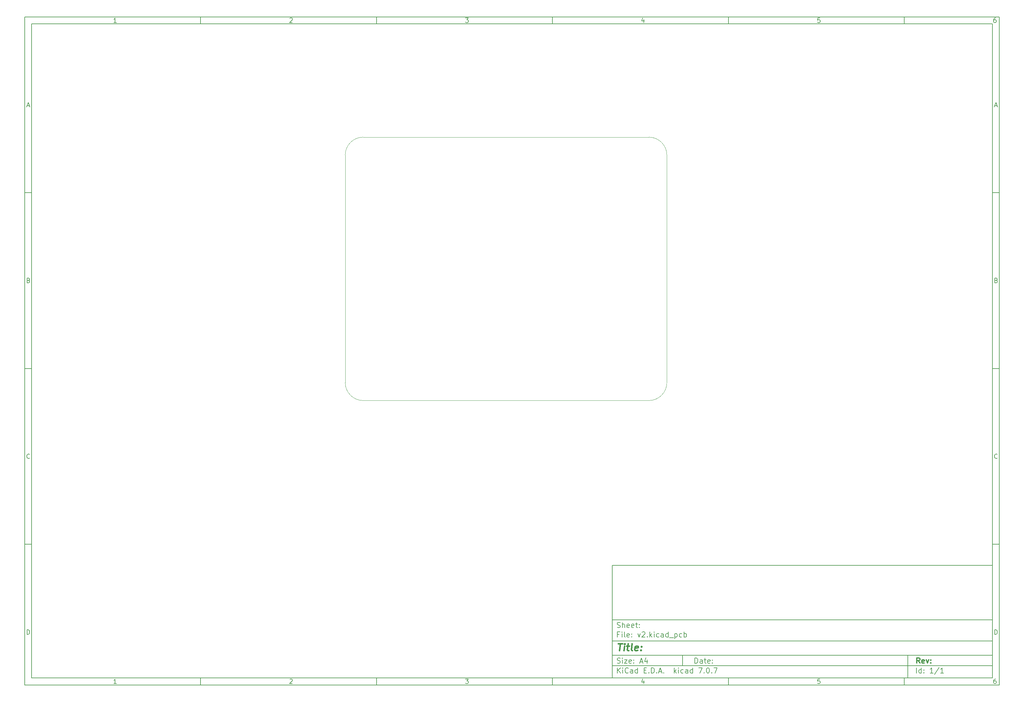
<source format=gm1>
%TF.GenerationSoftware,KiCad,Pcbnew,7.0.7*%
%TF.CreationDate,2024-09-06T13:37:17+03:00*%
%TF.ProjectId,v2,76322e6b-6963-4616-945f-706362585858,rev?*%
%TF.SameCoordinates,Original*%
%TF.FileFunction,Profile,NP*%
%FSLAX46Y46*%
G04 Gerber Fmt 4.6, Leading zero omitted, Abs format (unit mm)*
G04 Created by KiCad (PCBNEW 7.0.7) date 2024-09-06 13:37:17*
%MOMM*%
%LPD*%
G01*
G04 APERTURE LIST*
%ADD10C,0.100000*%
%ADD11C,0.150000*%
%ADD12C,0.300000*%
%ADD13C,0.400000*%
%TA.AperFunction,Profile*%
%ADD14C,0.100000*%
%TD*%
G04 APERTURE END LIST*
D10*
D11*
X177002200Y-166007200D02*
X285002200Y-166007200D01*
X285002200Y-198007200D01*
X177002200Y-198007200D01*
X177002200Y-166007200D01*
D10*
D11*
X10000000Y-10000000D02*
X287002200Y-10000000D01*
X287002200Y-200007200D01*
X10000000Y-200007200D01*
X10000000Y-10000000D01*
D10*
D11*
X12000000Y-12000000D02*
X285002200Y-12000000D01*
X285002200Y-198007200D01*
X12000000Y-198007200D01*
X12000000Y-12000000D01*
D10*
D11*
X60000000Y-12000000D02*
X60000000Y-10000000D01*
D10*
D11*
X110000000Y-12000000D02*
X110000000Y-10000000D01*
D10*
D11*
X160000000Y-12000000D02*
X160000000Y-10000000D01*
D10*
D11*
X210000000Y-12000000D02*
X210000000Y-10000000D01*
D10*
D11*
X260000000Y-12000000D02*
X260000000Y-10000000D01*
D10*
D11*
X36089160Y-11593604D02*
X35346303Y-11593604D01*
X35717731Y-11593604D02*
X35717731Y-10293604D01*
X35717731Y-10293604D02*
X35593922Y-10479319D01*
X35593922Y-10479319D02*
X35470112Y-10603128D01*
X35470112Y-10603128D02*
X35346303Y-10665033D01*
D10*
D11*
X85346303Y-10417414D02*
X85408207Y-10355509D01*
X85408207Y-10355509D02*
X85532017Y-10293604D01*
X85532017Y-10293604D02*
X85841541Y-10293604D01*
X85841541Y-10293604D02*
X85965350Y-10355509D01*
X85965350Y-10355509D02*
X86027255Y-10417414D01*
X86027255Y-10417414D02*
X86089160Y-10541223D01*
X86089160Y-10541223D02*
X86089160Y-10665033D01*
X86089160Y-10665033D02*
X86027255Y-10850747D01*
X86027255Y-10850747D02*
X85284398Y-11593604D01*
X85284398Y-11593604D02*
X86089160Y-11593604D01*
D10*
D11*
X135284398Y-10293604D02*
X136089160Y-10293604D01*
X136089160Y-10293604D02*
X135655826Y-10788842D01*
X135655826Y-10788842D02*
X135841541Y-10788842D01*
X135841541Y-10788842D02*
X135965350Y-10850747D01*
X135965350Y-10850747D02*
X136027255Y-10912652D01*
X136027255Y-10912652D02*
X136089160Y-11036461D01*
X136089160Y-11036461D02*
X136089160Y-11345985D01*
X136089160Y-11345985D02*
X136027255Y-11469795D01*
X136027255Y-11469795D02*
X135965350Y-11531700D01*
X135965350Y-11531700D02*
X135841541Y-11593604D01*
X135841541Y-11593604D02*
X135470112Y-11593604D01*
X135470112Y-11593604D02*
X135346303Y-11531700D01*
X135346303Y-11531700D02*
X135284398Y-11469795D01*
D10*
D11*
X185965350Y-10726938D02*
X185965350Y-11593604D01*
X185655826Y-10231700D02*
X185346303Y-11160271D01*
X185346303Y-11160271D02*
X186151064Y-11160271D01*
D10*
D11*
X236027255Y-10293604D02*
X235408207Y-10293604D01*
X235408207Y-10293604D02*
X235346303Y-10912652D01*
X235346303Y-10912652D02*
X235408207Y-10850747D01*
X235408207Y-10850747D02*
X235532017Y-10788842D01*
X235532017Y-10788842D02*
X235841541Y-10788842D01*
X235841541Y-10788842D02*
X235965350Y-10850747D01*
X235965350Y-10850747D02*
X236027255Y-10912652D01*
X236027255Y-10912652D02*
X236089160Y-11036461D01*
X236089160Y-11036461D02*
X236089160Y-11345985D01*
X236089160Y-11345985D02*
X236027255Y-11469795D01*
X236027255Y-11469795D02*
X235965350Y-11531700D01*
X235965350Y-11531700D02*
X235841541Y-11593604D01*
X235841541Y-11593604D02*
X235532017Y-11593604D01*
X235532017Y-11593604D02*
X235408207Y-11531700D01*
X235408207Y-11531700D02*
X235346303Y-11469795D01*
D10*
D11*
X285965350Y-10293604D02*
X285717731Y-10293604D01*
X285717731Y-10293604D02*
X285593922Y-10355509D01*
X285593922Y-10355509D02*
X285532017Y-10417414D01*
X285532017Y-10417414D02*
X285408207Y-10603128D01*
X285408207Y-10603128D02*
X285346303Y-10850747D01*
X285346303Y-10850747D02*
X285346303Y-11345985D01*
X285346303Y-11345985D02*
X285408207Y-11469795D01*
X285408207Y-11469795D02*
X285470112Y-11531700D01*
X285470112Y-11531700D02*
X285593922Y-11593604D01*
X285593922Y-11593604D02*
X285841541Y-11593604D01*
X285841541Y-11593604D02*
X285965350Y-11531700D01*
X285965350Y-11531700D02*
X286027255Y-11469795D01*
X286027255Y-11469795D02*
X286089160Y-11345985D01*
X286089160Y-11345985D02*
X286089160Y-11036461D01*
X286089160Y-11036461D02*
X286027255Y-10912652D01*
X286027255Y-10912652D02*
X285965350Y-10850747D01*
X285965350Y-10850747D02*
X285841541Y-10788842D01*
X285841541Y-10788842D02*
X285593922Y-10788842D01*
X285593922Y-10788842D02*
X285470112Y-10850747D01*
X285470112Y-10850747D02*
X285408207Y-10912652D01*
X285408207Y-10912652D02*
X285346303Y-11036461D01*
D10*
D11*
X60000000Y-198007200D02*
X60000000Y-200007200D01*
D10*
D11*
X110000000Y-198007200D02*
X110000000Y-200007200D01*
D10*
D11*
X160000000Y-198007200D02*
X160000000Y-200007200D01*
D10*
D11*
X210000000Y-198007200D02*
X210000000Y-200007200D01*
D10*
D11*
X260000000Y-198007200D02*
X260000000Y-200007200D01*
D10*
D11*
X36089160Y-199600804D02*
X35346303Y-199600804D01*
X35717731Y-199600804D02*
X35717731Y-198300804D01*
X35717731Y-198300804D02*
X35593922Y-198486519D01*
X35593922Y-198486519D02*
X35470112Y-198610328D01*
X35470112Y-198610328D02*
X35346303Y-198672233D01*
D10*
D11*
X85346303Y-198424614D02*
X85408207Y-198362709D01*
X85408207Y-198362709D02*
X85532017Y-198300804D01*
X85532017Y-198300804D02*
X85841541Y-198300804D01*
X85841541Y-198300804D02*
X85965350Y-198362709D01*
X85965350Y-198362709D02*
X86027255Y-198424614D01*
X86027255Y-198424614D02*
X86089160Y-198548423D01*
X86089160Y-198548423D02*
X86089160Y-198672233D01*
X86089160Y-198672233D02*
X86027255Y-198857947D01*
X86027255Y-198857947D02*
X85284398Y-199600804D01*
X85284398Y-199600804D02*
X86089160Y-199600804D01*
D10*
D11*
X135284398Y-198300804D02*
X136089160Y-198300804D01*
X136089160Y-198300804D02*
X135655826Y-198796042D01*
X135655826Y-198796042D02*
X135841541Y-198796042D01*
X135841541Y-198796042D02*
X135965350Y-198857947D01*
X135965350Y-198857947D02*
X136027255Y-198919852D01*
X136027255Y-198919852D02*
X136089160Y-199043661D01*
X136089160Y-199043661D02*
X136089160Y-199353185D01*
X136089160Y-199353185D02*
X136027255Y-199476995D01*
X136027255Y-199476995D02*
X135965350Y-199538900D01*
X135965350Y-199538900D02*
X135841541Y-199600804D01*
X135841541Y-199600804D02*
X135470112Y-199600804D01*
X135470112Y-199600804D02*
X135346303Y-199538900D01*
X135346303Y-199538900D02*
X135284398Y-199476995D01*
D10*
D11*
X185965350Y-198734138D02*
X185965350Y-199600804D01*
X185655826Y-198238900D02*
X185346303Y-199167471D01*
X185346303Y-199167471D02*
X186151064Y-199167471D01*
D10*
D11*
X236027255Y-198300804D02*
X235408207Y-198300804D01*
X235408207Y-198300804D02*
X235346303Y-198919852D01*
X235346303Y-198919852D02*
X235408207Y-198857947D01*
X235408207Y-198857947D02*
X235532017Y-198796042D01*
X235532017Y-198796042D02*
X235841541Y-198796042D01*
X235841541Y-198796042D02*
X235965350Y-198857947D01*
X235965350Y-198857947D02*
X236027255Y-198919852D01*
X236027255Y-198919852D02*
X236089160Y-199043661D01*
X236089160Y-199043661D02*
X236089160Y-199353185D01*
X236089160Y-199353185D02*
X236027255Y-199476995D01*
X236027255Y-199476995D02*
X235965350Y-199538900D01*
X235965350Y-199538900D02*
X235841541Y-199600804D01*
X235841541Y-199600804D02*
X235532017Y-199600804D01*
X235532017Y-199600804D02*
X235408207Y-199538900D01*
X235408207Y-199538900D02*
X235346303Y-199476995D01*
D10*
D11*
X285965350Y-198300804D02*
X285717731Y-198300804D01*
X285717731Y-198300804D02*
X285593922Y-198362709D01*
X285593922Y-198362709D02*
X285532017Y-198424614D01*
X285532017Y-198424614D02*
X285408207Y-198610328D01*
X285408207Y-198610328D02*
X285346303Y-198857947D01*
X285346303Y-198857947D02*
X285346303Y-199353185D01*
X285346303Y-199353185D02*
X285408207Y-199476995D01*
X285408207Y-199476995D02*
X285470112Y-199538900D01*
X285470112Y-199538900D02*
X285593922Y-199600804D01*
X285593922Y-199600804D02*
X285841541Y-199600804D01*
X285841541Y-199600804D02*
X285965350Y-199538900D01*
X285965350Y-199538900D02*
X286027255Y-199476995D01*
X286027255Y-199476995D02*
X286089160Y-199353185D01*
X286089160Y-199353185D02*
X286089160Y-199043661D01*
X286089160Y-199043661D02*
X286027255Y-198919852D01*
X286027255Y-198919852D02*
X285965350Y-198857947D01*
X285965350Y-198857947D02*
X285841541Y-198796042D01*
X285841541Y-198796042D02*
X285593922Y-198796042D01*
X285593922Y-198796042D02*
X285470112Y-198857947D01*
X285470112Y-198857947D02*
X285408207Y-198919852D01*
X285408207Y-198919852D02*
X285346303Y-199043661D01*
D10*
D11*
X10000000Y-60000000D02*
X12000000Y-60000000D01*
D10*
D11*
X10000000Y-110000000D02*
X12000000Y-110000000D01*
D10*
D11*
X10000000Y-160000000D02*
X12000000Y-160000000D01*
D10*
D11*
X10690476Y-35222176D02*
X11309523Y-35222176D01*
X10566666Y-35593604D02*
X10999999Y-34293604D01*
X10999999Y-34293604D02*
X11433333Y-35593604D01*
D10*
D11*
X11092857Y-84912652D02*
X11278571Y-84974557D01*
X11278571Y-84974557D02*
X11340476Y-85036461D01*
X11340476Y-85036461D02*
X11402380Y-85160271D01*
X11402380Y-85160271D02*
X11402380Y-85345985D01*
X11402380Y-85345985D02*
X11340476Y-85469795D01*
X11340476Y-85469795D02*
X11278571Y-85531700D01*
X11278571Y-85531700D02*
X11154761Y-85593604D01*
X11154761Y-85593604D02*
X10659523Y-85593604D01*
X10659523Y-85593604D02*
X10659523Y-84293604D01*
X10659523Y-84293604D02*
X11092857Y-84293604D01*
X11092857Y-84293604D02*
X11216666Y-84355509D01*
X11216666Y-84355509D02*
X11278571Y-84417414D01*
X11278571Y-84417414D02*
X11340476Y-84541223D01*
X11340476Y-84541223D02*
X11340476Y-84665033D01*
X11340476Y-84665033D02*
X11278571Y-84788842D01*
X11278571Y-84788842D02*
X11216666Y-84850747D01*
X11216666Y-84850747D02*
X11092857Y-84912652D01*
X11092857Y-84912652D02*
X10659523Y-84912652D01*
D10*
D11*
X11402380Y-135469795D02*
X11340476Y-135531700D01*
X11340476Y-135531700D02*
X11154761Y-135593604D01*
X11154761Y-135593604D02*
X11030952Y-135593604D01*
X11030952Y-135593604D02*
X10845238Y-135531700D01*
X10845238Y-135531700D02*
X10721428Y-135407890D01*
X10721428Y-135407890D02*
X10659523Y-135284080D01*
X10659523Y-135284080D02*
X10597619Y-135036461D01*
X10597619Y-135036461D02*
X10597619Y-134850747D01*
X10597619Y-134850747D02*
X10659523Y-134603128D01*
X10659523Y-134603128D02*
X10721428Y-134479319D01*
X10721428Y-134479319D02*
X10845238Y-134355509D01*
X10845238Y-134355509D02*
X11030952Y-134293604D01*
X11030952Y-134293604D02*
X11154761Y-134293604D01*
X11154761Y-134293604D02*
X11340476Y-134355509D01*
X11340476Y-134355509D02*
X11402380Y-134417414D01*
D10*
D11*
X10659523Y-185593604D02*
X10659523Y-184293604D01*
X10659523Y-184293604D02*
X10969047Y-184293604D01*
X10969047Y-184293604D02*
X11154761Y-184355509D01*
X11154761Y-184355509D02*
X11278571Y-184479319D01*
X11278571Y-184479319D02*
X11340476Y-184603128D01*
X11340476Y-184603128D02*
X11402380Y-184850747D01*
X11402380Y-184850747D02*
X11402380Y-185036461D01*
X11402380Y-185036461D02*
X11340476Y-185284080D01*
X11340476Y-185284080D02*
X11278571Y-185407890D01*
X11278571Y-185407890D02*
X11154761Y-185531700D01*
X11154761Y-185531700D02*
X10969047Y-185593604D01*
X10969047Y-185593604D02*
X10659523Y-185593604D01*
D10*
D11*
X287002200Y-60000000D02*
X285002200Y-60000000D01*
D10*
D11*
X287002200Y-110000000D02*
X285002200Y-110000000D01*
D10*
D11*
X287002200Y-160000000D02*
X285002200Y-160000000D01*
D10*
D11*
X285692676Y-35222176D02*
X286311723Y-35222176D01*
X285568866Y-35593604D02*
X286002199Y-34293604D01*
X286002199Y-34293604D02*
X286435533Y-35593604D01*
D10*
D11*
X286095057Y-84912652D02*
X286280771Y-84974557D01*
X286280771Y-84974557D02*
X286342676Y-85036461D01*
X286342676Y-85036461D02*
X286404580Y-85160271D01*
X286404580Y-85160271D02*
X286404580Y-85345985D01*
X286404580Y-85345985D02*
X286342676Y-85469795D01*
X286342676Y-85469795D02*
X286280771Y-85531700D01*
X286280771Y-85531700D02*
X286156961Y-85593604D01*
X286156961Y-85593604D02*
X285661723Y-85593604D01*
X285661723Y-85593604D02*
X285661723Y-84293604D01*
X285661723Y-84293604D02*
X286095057Y-84293604D01*
X286095057Y-84293604D02*
X286218866Y-84355509D01*
X286218866Y-84355509D02*
X286280771Y-84417414D01*
X286280771Y-84417414D02*
X286342676Y-84541223D01*
X286342676Y-84541223D02*
X286342676Y-84665033D01*
X286342676Y-84665033D02*
X286280771Y-84788842D01*
X286280771Y-84788842D02*
X286218866Y-84850747D01*
X286218866Y-84850747D02*
X286095057Y-84912652D01*
X286095057Y-84912652D02*
X285661723Y-84912652D01*
D10*
D11*
X286404580Y-135469795D02*
X286342676Y-135531700D01*
X286342676Y-135531700D02*
X286156961Y-135593604D01*
X286156961Y-135593604D02*
X286033152Y-135593604D01*
X286033152Y-135593604D02*
X285847438Y-135531700D01*
X285847438Y-135531700D02*
X285723628Y-135407890D01*
X285723628Y-135407890D02*
X285661723Y-135284080D01*
X285661723Y-135284080D02*
X285599819Y-135036461D01*
X285599819Y-135036461D02*
X285599819Y-134850747D01*
X285599819Y-134850747D02*
X285661723Y-134603128D01*
X285661723Y-134603128D02*
X285723628Y-134479319D01*
X285723628Y-134479319D02*
X285847438Y-134355509D01*
X285847438Y-134355509D02*
X286033152Y-134293604D01*
X286033152Y-134293604D02*
X286156961Y-134293604D01*
X286156961Y-134293604D02*
X286342676Y-134355509D01*
X286342676Y-134355509D02*
X286404580Y-134417414D01*
D10*
D11*
X285661723Y-185593604D02*
X285661723Y-184293604D01*
X285661723Y-184293604D02*
X285971247Y-184293604D01*
X285971247Y-184293604D02*
X286156961Y-184355509D01*
X286156961Y-184355509D02*
X286280771Y-184479319D01*
X286280771Y-184479319D02*
X286342676Y-184603128D01*
X286342676Y-184603128D02*
X286404580Y-184850747D01*
X286404580Y-184850747D02*
X286404580Y-185036461D01*
X286404580Y-185036461D02*
X286342676Y-185284080D01*
X286342676Y-185284080D02*
X286280771Y-185407890D01*
X286280771Y-185407890D02*
X286156961Y-185531700D01*
X286156961Y-185531700D02*
X285971247Y-185593604D01*
X285971247Y-185593604D02*
X285661723Y-185593604D01*
D10*
D11*
X200458026Y-193793328D02*
X200458026Y-192293328D01*
X200458026Y-192293328D02*
X200815169Y-192293328D01*
X200815169Y-192293328D02*
X201029455Y-192364757D01*
X201029455Y-192364757D02*
X201172312Y-192507614D01*
X201172312Y-192507614D02*
X201243741Y-192650471D01*
X201243741Y-192650471D02*
X201315169Y-192936185D01*
X201315169Y-192936185D02*
X201315169Y-193150471D01*
X201315169Y-193150471D02*
X201243741Y-193436185D01*
X201243741Y-193436185D02*
X201172312Y-193579042D01*
X201172312Y-193579042D02*
X201029455Y-193721900D01*
X201029455Y-193721900D02*
X200815169Y-193793328D01*
X200815169Y-193793328D02*
X200458026Y-193793328D01*
X202600884Y-193793328D02*
X202600884Y-193007614D01*
X202600884Y-193007614D02*
X202529455Y-192864757D01*
X202529455Y-192864757D02*
X202386598Y-192793328D01*
X202386598Y-192793328D02*
X202100884Y-192793328D01*
X202100884Y-192793328D02*
X201958026Y-192864757D01*
X202600884Y-193721900D02*
X202458026Y-193793328D01*
X202458026Y-193793328D02*
X202100884Y-193793328D01*
X202100884Y-193793328D02*
X201958026Y-193721900D01*
X201958026Y-193721900D02*
X201886598Y-193579042D01*
X201886598Y-193579042D02*
X201886598Y-193436185D01*
X201886598Y-193436185D02*
X201958026Y-193293328D01*
X201958026Y-193293328D02*
X202100884Y-193221900D01*
X202100884Y-193221900D02*
X202458026Y-193221900D01*
X202458026Y-193221900D02*
X202600884Y-193150471D01*
X203100884Y-192793328D02*
X203672312Y-192793328D01*
X203315169Y-192293328D02*
X203315169Y-193579042D01*
X203315169Y-193579042D02*
X203386598Y-193721900D01*
X203386598Y-193721900D02*
X203529455Y-193793328D01*
X203529455Y-193793328D02*
X203672312Y-193793328D01*
X204743741Y-193721900D02*
X204600884Y-193793328D01*
X204600884Y-193793328D02*
X204315170Y-193793328D01*
X204315170Y-193793328D02*
X204172312Y-193721900D01*
X204172312Y-193721900D02*
X204100884Y-193579042D01*
X204100884Y-193579042D02*
X204100884Y-193007614D01*
X204100884Y-193007614D02*
X204172312Y-192864757D01*
X204172312Y-192864757D02*
X204315170Y-192793328D01*
X204315170Y-192793328D02*
X204600884Y-192793328D01*
X204600884Y-192793328D02*
X204743741Y-192864757D01*
X204743741Y-192864757D02*
X204815170Y-193007614D01*
X204815170Y-193007614D02*
X204815170Y-193150471D01*
X204815170Y-193150471D02*
X204100884Y-193293328D01*
X205458026Y-193650471D02*
X205529455Y-193721900D01*
X205529455Y-193721900D02*
X205458026Y-193793328D01*
X205458026Y-193793328D02*
X205386598Y-193721900D01*
X205386598Y-193721900D02*
X205458026Y-193650471D01*
X205458026Y-193650471D02*
X205458026Y-193793328D01*
X205458026Y-192864757D02*
X205529455Y-192936185D01*
X205529455Y-192936185D02*
X205458026Y-193007614D01*
X205458026Y-193007614D02*
X205386598Y-192936185D01*
X205386598Y-192936185D02*
X205458026Y-192864757D01*
X205458026Y-192864757D02*
X205458026Y-193007614D01*
D10*
D11*
X177002200Y-194507200D02*
X285002200Y-194507200D01*
D10*
D11*
X178458026Y-196593328D02*
X178458026Y-195093328D01*
X179315169Y-196593328D02*
X178672312Y-195736185D01*
X179315169Y-195093328D02*
X178458026Y-195950471D01*
X179958026Y-196593328D02*
X179958026Y-195593328D01*
X179958026Y-195093328D02*
X179886598Y-195164757D01*
X179886598Y-195164757D02*
X179958026Y-195236185D01*
X179958026Y-195236185D02*
X180029455Y-195164757D01*
X180029455Y-195164757D02*
X179958026Y-195093328D01*
X179958026Y-195093328D02*
X179958026Y-195236185D01*
X181529455Y-196450471D02*
X181458027Y-196521900D01*
X181458027Y-196521900D02*
X181243741Y-196593328D01*
X181243741Y-196593328D02*
X181100884Y-196593328D01*
X181100884Y-196593328D02*
X180886598Y-196521900D01*
X180886598Y-196521900D02*
X180743741Y-196379042D01*
X180743741Y-196379042D02*
X180672312Y-196236185D01*
X180672312Y-196236185D02*
X180600884Y-195950471D01*
X180600884Y-195950471D02*
X180600884Y-195736185D01*
X180600884Y-195736185D02*
X180672312Y-195450471D01*
X180672312Y-195450471D02*
X180743741Y-195307614D01*
X180743741Y-195307614D02*
X180886598Y-195164757D01*
X180886598Y-195164757D02*
X181100884Y-195093328D01*
X181100884Y-195093328D02*
X181243741Y-195093328D01*
X181243741Y-195093328D02*
X181458027Y-195164757D01*
X181458027Y-195164757D02*
X181529455Y-195236185D01*
X182815170Y-196593328D02*
X182815170Y-195807614D01*
X182815170Y-195807614D02*
X182743741Y-195664757D01*
X182743741Y-195664757D02*
X182600884Y-195593328D01*
X182600884Y-195593328D02*
X182315170Y-195593328D01*
X182315170Y-195593328D02*
X182172312Y-195664757D01*
X182815170Y-196521900D02*
X182672312Y-196593328D01*
X182672312Y-196593328D02*
X182315170Y-196593328D01*
X182315170Y-196593328D02*
X182172312Y-196521900D01*
X182172312Y-196521900D02*
X182100884Y-196379042D01*
X182100884Y-196379042D02*
X182100884Y-196236185D01*
X182100884Y-196236185D02*
X182172312Y-196093328D01*
X182172312Y-196093328D02*
X182315170Y-196021900D01*
X182315170Y-196021900D02*
X182672312Y-196021900D01*
X182672312Y-196021900D02*
X182815170Y-195950471D01*
X184172313Y-196593328D02*
X184172313Y-195093328D01*
X184172313Y-196521900D02*
X184029455Y-196593328D01*
X184029455Y-196593328D02*
X183743741Y-196593328D01*
X183743741Y-196593328D02*
X183600884Y-196521900D01*
X183600884Y-196521900D02*
X183529455Y-196450471D01*
X183529455Y-196450471D02*
X183458027Y-196307614D01*
X183458027Y-196307614D02*
X183458027Y-195879042D01*
X183458027Y-195879042D02*
X183529455Y-195736185D01*
X183529455Y-195736185D02*
X183600884Y-195664757D01*
X183600884Y-195664757D02*
X183743741Y-195593328D01*
X183743741Y-195593328D02*
X184029455Y-195593328D01*
X184029455Y-195593328D02*
X184172313Y-195664757D01*
X186029455Y-195807614D02*
X186529455Y-195807614D01*
X186743741Y-196593328D02*
X186029455Y-196593328D01*
X186029455Y-196593328D02*
X186029455Y-195093328D01*
X186029455Y-195093328D02*
X186743741Y-195093328D01*
X187386598Y-196450471D02*
X187458027Y-196521900D01*
X187458027Y-196521900D02*
X187386598Y-196593328D01*
X187386598Y-196593328D02*
X187315170Y-196521900D01*
X187315170Y-196521900D02*
X187386598Y-196450471D01*
X187386598Y-196450471D02*
X187386598Y-196593328D01*
X188100884Y-196593328D02*
X188100884Y-195093328D01*
X188100884Y-195093328D02*
X188458027Y-195093328D01*
X188458027Y-195093328D02*
X188672313Y-195164757D01*
X188672313Y-195164757D02*
X188815170Y-195307614D01*
X188815170Y-195307614D02*
X188886599Y-195450471D01*
X188886599Y-195450471D02*
X188958027Y-195736185D01*
X188958027Y-195736185D02*
X188958027Y-195950471D01*
X188958027Y-195950471D02*
X188886599Y-196236185D01*
X188886599Y-196236185D02*
X188815170Y-196379042D01*
X188815170Y-196379042D02*
X188672313Y-196521900D01*
X188672313Y-196521900D02*
X188458027Y-196593328D01*
X188458027Y-196593328D02*
X188100884Y-196593328D01*
X189600884Y-196450471D02*
X189672313Y-196521900D01*
X189672313Y-196521900D02*
X189600884Y-196593328D01*
X189600884Y-196593328D02*
X189529456Y-196521900D01*
X189529456Y-196521900D02*
X189600884Y-196450471D01*
X189600884Y-196450471D02*
X189600884Y-196593328D01*
X190243742Y-196164757D02*
X190958028Y-196164757D01*
X190100885Y-196593328D02*
X190600885Y-195093328D01*
X190600885Y-195093328D02*
X191100885Y-196593328D01*
X191600884Y-196450471D02*
X191672313Y-196521900D01*
X191672313Y-196521900D02*
X191600884Y-196593328D01*
X191600884Y-196593328D02*
X191529456Y-196521900D01*
X191529456Y-196521900D02*
X191600884Y-196450471D01*
X191600884Y-196450471D02*
X191600884Y-196593328D01*
X194600884Y-196593328D02*
X194600884Y-195093328D01*
X194743742Y-196021900D02*
X195172313Y-196593328D01*
X195172313Y-195593328D02*
X194600884Y-196164757D01*
X195815170Y-196593328D02*
X195815170Y-195593328D01*
X195815170Y-195093328D02*
X195743742Y-195164757D01*
X195743742Y-195164757D02*
X195815170Y-195236185D01*
X195815170Y-195236185D02*
X195886599Y-195164757D01*
X195886599Y-195164757D02*
X195815170Y-195093328D01*
X195815170Y-195093328D02*
X195815170Y-195236185D01*
X197172314Y-196521900D02*
X197029456Y-196593328D01*
X197029456Y-196593328D02*
X196743742Y-196593328D01*
X196743742Y-196593328D02*
X196600885Y-196521900D01*
X196600885Y-196521900D02*
X196529456Y-196450471D01*
X196529456Y-196450471D02*
X196458028Y-196307614D01*
X196458028Y-196307614D02*
X196458028Y-195879042D01*
X196458028Y-195879042D02*
X196529456Y-195736185D01*
X196529456Y-195736185D02*
X196600885Y-195664757D01*
X196600885Y-195664757D02*
X196743742Y-195593328D01*
X196743742Y-195593328D02*
X197029456Y-195593328D01*
X197029456Y-195593328D02*
X197172314Y-195664757D01*
X198458028Y-196593328D02*
X198458028Y-195807614D01*
X198458028Y-195807614D02*
X198386599Y-195664757D01*
X198386599Y-195664757D02*
X198243742Y-195593328D01*
X198243742Y-195593328D02*
X197958028Y-195593328D01*
X197958028Y-195593328D02*
X197815170Y-195664757D01*
X198458028Y-196521900D02*
X198315170Y-196593328D01*
X198315170Y-196593328D02*
X197958028Y-196593328D01*
X197958028Y-196593328D02*
X197815170Y-196521900D01*
X197815170Y-196521900D02*
X197743742Y-196379042D01*
X197743742Y-196379042D02*
X197743742Y-196236185D01*
X197743742Y-196236185D02*
X197815170Y-196093328D01*
X197815170Y-196093328D02*
X197958028Y-196021900D01*
X197958028Y-196021900D02*
X198315170Y-196021900D01*
X198315170Y-196021900D02*
X198458028Y-195950471D01*
X199815171Y-196593328D02*
X199815171Y-195093328D01*
X199815171Y-196521900D02*
X199672313Y-196593328D01*
X199672313Y-196593328D02*
X199386599Y-196593328D01*
X199386599Y-196593328D02*
X199243742Y-196521900D01*
X199243742Y-196521900D02*
X199172313Y-196450471D01*
X199172313Y-196450471D02*
X199100885Y-196307614D01*
X199100885Y-196307614D02*
X199100885Y-195879042D01*
X199100885Y-195879042D02*
X199172313Y-195736185D01*
X199172313Y-195736185D02*
X199243742Y-195664757D01*
X199243742Y-195664757D02*
X199386599Y-195593328D01*
X199386599Y-195593328D02*
X199672313Y-195593328D01*
X199672313Y-195593328D02*
X199815171Y-195664757D01*
X201529456Y-195093328D02*
X202529456Y-195093328D01*
X202529456Y-195093328D02*
X201886599Y-196593328D01*
X203100884Y-196450471D02*
X203172313Y-196521900D01*
X203172313Y-196521900D02*
X203100884Y-196593328D01*
X203100884Y-196593328D02*
X203029456Y-196521900D01*
X203029456Y-196521900D02*
X203100884Y-196450471D01*
X203100884Y-196450471D02*
X203100884Y-196593328D01*
X204100885Y-195093328D02*
X204243742Y-195093328D01*
X204243742Y-195093328D02*
X204386599Y-195164757D01*
X204386599Y-195164757D02*
X204458028Y-195236185D01*
X204458028Y-195236185D02*
X204529456Y-195379042D01*
X204529456Y-195379042D02*
X204600885Y-195664757D01*
X204600885Y-195664757D02*
X204600885Y-196021900D01*
X204600885Y-196021900D02*
X204529456Y-196307614D01*
X204529456Y-196307614D02*
X204458028Y-196450471D01*
X204458028Y-196450471D02*
X204386599Y-196521900D01*
X204386599Y-196521900D02*
X204243742Y-196593328D01*
X204243742Y-196593328D02*
X204100885Y-196593328D01*
X204100885Y-196593328D02*
X203958028Y-196521900D01*
X203958028Y-196521900D02*
X203886599Y-196450471D01*
X203886599Y-196450471D02*
X203815170Y-196307614D01*
X203815170Y-196307614D02*
X203743742Y-196021900D01*
X203743742Y-196021900D02*
X203743742Y-195664757D01*
X203743742Y-195664757D02*
X203815170Y-195379042D01*
X203815170Y-195379042D02*
X203886599Y-195236185D01*
X203886599Y-195236185D02*
X203958028Y-195164757D01*
X203958028Y-195164757D02*
X204100885Y-195093328D01*
X205243741Y-196450471D02*
X205315170Y-196521900D01*
X205315170Y-196521900D02*
X205243741Y-196593328D01*
X205243741Y-196593328D02*
X205172313Y-196521900D01*
X205172313Y-196521900D02*
X205243741Y-196450471D01*
X205243741Y-196450471D02*
X205243741Y-196593328D01*
X205815170Y-195093328D02*
X206815170Y-195093328D01*
X206815170Y-195093328D02*
X206172313Y-196593328D01*
D10*
D11*
X177002200Y-191507200D02*
X285002200Y-191507200D01*
D10*
D12*
X264413853Y-193785528D02*
X263913853Y-193071242D01*
X263556710Y-193785528D02*
X263556710Y-192285528D01*
X263556710Y-192285528D02*
X264128139Y-192285528D01*
X264128139Y-192285528D02*
X264270996Y-192356957D01*
X264270996Y-192356957D02*
X264342425Y-192428385D01*
X264342425Y-192428385D02*
X264413853Y-192571242D01*
X264413853Y-192571242D02*
X264413853Y-192785528D01*
X264413853Y-192785528D02*
X264342425Y-192928385D01*
X264342425Y-192928385D02*
X264270996Y-192999814D01*
X264270996Y-192999814D02*
X264128139Y-193071242D01*
X264128139Y-193071242D02*
X263556710Y-193071242D01*
X265628139Y-193714100D02*
X265485282Y-193785528D01*
X265485282Y-193785528D02*
X265199568Y-193785528D01*
X265199568Y-193785528D02*
X265056710Y-193714100D01*
X265056710Y-193714100D02*
X264985282Y-193571242D01*
X264985282Y-193571242D02*
X264985282Y-192999814D01*
X264985282Y-192999814D02*
X265056710Y-192856957D01*
X265056710Y-192856957D02*
X265199568Y-192785528D01*
X265199568Y-192785528D02*
X265485282Y-192785528D01*
X265485282Y-192785528D02*
X265628139Y-192856957D01*
X265628139Y-192856957D02*
X265699568Y-192999814D01*
X265699568Y-192999814D02*
X265699568Y-193142671D01*
X265699568Y-193142671D02*
X264985282Y-193285528D01*
X266199567Y-192785528D02*
X266556710Y-193785528D01*
X266556710Y-193785528D02*
X266913853Y-192785528D01*
X267485281Y-193642671D02*
X267556710Y-193714100D01*
X267556710Y-193714100D02*
X267485281Y-193785528D01*
X267485281Y-193785528D02*
X267413853Y-193714100D01*
X267413853Y-193714100D02*
X267485281Y-193642671D01*
X267485281Y-193642671D02*
X267485281Y-193785528D01*
X267485281Y-192856957D02*
X267556710Y-192928385D01*
X267556710Y-192928385D02*
X267485281Y-192999814D01*
X267485281Y-192999814D02*
X267413853Y-192928385D01*
X267413853Y-192928385D02*
X267485281Y-192856957D01*
X267485281Y-192856957D02*
X267485281Y-192999814D01*
D10*
D11*
X178386598Y-193721900D02*
X178600884Y-193793328D01*
X178600884Y-193793328D02*
X178958026Y-193793328D01*
X178958026Y-193793328D02*
X179100884Y-193721900D01*
X179100884Y-193721900D02*
X179172312Y-193650471D01*
X179172312Y-193650471D02*
X179243741Y-193507614D01*
X179243741Y-193507614D02*
X179243741Y-193364757D01*
X179243741Y-193364757D02*
X179172312Y-193221900D01*
X179172312Y-193221900D02*
X179100884Y-193150471D01*
X179100884Y-193150471D02*
X178958026Y-193079042D01*
X178958026Y-193079042D02*
X178672312Y-193007614D01*
X178672312Y-193007614D02*
X178529455Y-192936185D01*
X178529455Y-192936185D02*
X178458026Y-192864757D01*
X178458026Y-192864757D02*
X178386598Y-192721900D01*
X178386598Y-192721900D02*
X178386598Y-192579042D01*
X178386598Y-192579042D02*
X178458026Y-192436185D01*
X178458026Y-192436185D02*
X178529455Y-192364757D01*
X178529455Y-192364757D02*
X178672312Y-192293328D01*
X178672312Y-192293328D02*
X179029455Y-192293328D01*
X179029455Y-192293328D02*
X179243741Y-192364757D01*
X179886597Y-193793328D02*
X179886597Y-192793328D01*
X179886597Y-192293328D02*
X179815169Y-192364757D01*
X179815169Y-192364757D02*
X179886597Y-192436185D01*
X179886597Y-192436185D02*
X179958026Y-192364757D01*
X179958026Y-192364757D02*
X179886597Y-192293328D01*
X179886597Y-192293328D02*
X179886597Y-192436185D01*
X180458026Y-192793328D02*
X181243741Y-192793328D01*
X181243741Y-192793328D02*
X180458026Y-193793328D01*
X180458026Y-193793328D02*
X181243741Y-193793328D01*
X182386598Y-193721900D02*
X182243741Y-193793328D01*
X182243741Y-193793328D02*
X181958027Y-193793328D01*
X181958027Y-193793328D02*
X181815169Y-193721900D01*
X181815169Y-193721900D02*
X181743741Y-193579042D01*
X181743741Y-193579042D02*
X181743741Y-193007614D01*
X181743741Y-193007614D02*
X181815169Y-192864757D01*
X181815169Y-192864757D02*
X181958027Y-192793328D01*
X181958027Y-192793328D02*
X182243741Y-192793328D01*
X182243741Y-192793328D02*
X182386598Y-192864757D01*
X182386598Y-192864757D02*
X182458027Y-193007614D01*
X182458027Y-193007614D02*
X182458027Y-193150471D01*
X182458027Y-193150471D02*
X181743741Y-193293328D01*
X183100883Y-193650471D02*
X183172312Y-193721900D01*
X183172312Y-193721900D02*
X183100883Y-193793328D01*
X183100883Y-193793328D02*
X183029455Y-193721900D01*
X183029455Y-193721900D02*
X183100883Y-193650471D01*
X183100883Y-193650471D02*
X183100883Y-193793328D01*
X183100883Y-192864757D02*
X183172312Y-192936185D01*
X183172312Y-192936185D02*
X183100883Y-193007614D01*
X183100883Y-193007614D02*
X183029455Y-192936185D01*
X183029455Y-192936185D02*
X183100883Y-192864757D01*
X183100883Y-192864757D02*
X183100883Y-193007614D01*
X184886598Y-193364757D02*
X185600884Y-193364757D01*
X184743741Y-193793328D02*
X185243741Y-192293328D01*
X185243741Y-192293328D02*
X185743741Y-193793328D01*
X186886598Y-192793328D02*
X186886598Y-193793328D01*
X186529455Y-192221900D02*
X186172312Y-193293328D01*
X186172312Y-193293328D02*
X187100883Y-193293328D01*
D10*
D11*
X263458026Y-196593328D02*
X263458026Y-195093328D01*
X264815170Y-196593328D02*
X264815170Y-195093328D01*
X264815170Y-196521900D02*
X264672312Y-196593328D01*
X264672312Y-196593328D02*
X264386598Y-196593328D01*
X264386598Y-196593328D02*
X264243741Y-196521900D01*
X264243741Y-196521900D02*
X264172312Y-196450471D01*
X264172312Y-196450471D02*
X264100884Y-196307614D01*
X264100884Y-196307614D02*
X264100884Y-195879042D01*
X264100884Y-195879042D02*
X264172312Y-195736185D01*
X264172312Y-195736185D02*
X264243741Y-195664757D01*
X264243741Y-195664757D02*
X264386598Y-195593328D01*
X264386598Y-195593328D02*
X264672312Y-195593328D01*
X264672312Y-195593328D02*
X264815170Y-195664757D01*
X265529455Y-196450471D02*
X265600884Y-196521900D01*
X265600884Y-196521900D02*
X265529455Y-196593328D01*
X265529455Y-196593328D02*
X265458027Y-196521900D01*
X265458027Y-196521900D02*
X265529455Y-196450471D01*
X265529455Y-196450471D02*
X265529455Y-196593328D01*
X265529455Y-195664757D02*
X265600884Y-195736185D01*
X265600884Y-195736185D02*
X265529455Y-195807614D01*
X265529455Y-195807614D02*
X265458027Y-195736185D01*
X265458027Y-195736185D02*
X265529455Y-195664757D01*
X265529455Y-195664757D02*
X265529455Y-195807614D01*
X268172313Y-196593328D02*
X267315170Y-196593328D01*
X267743741Y-196593328D02*
X267743741Y-195093328D01*
X267743741Y-195093328D02*
X267600884Y-195307614D01*
X267600884Y-195307614D02*
X267458027Y-195450471D01*
X267458027Y-195450471D02*
X267315170Y-195521900D01*
X269886598Y-195021900D02*
X268600884Y-196950471D01*
X271172313Y-196593328D02*
X270315170Y-196593328D01*
X270743741Y-196593328D02*
X270743741Y-195093328D01*
X270743741Y-195093328D02*
X270600884Y-195307614D01*
X270600884Y-195307614D02*
X270458027Y-195450471D01*
X270458027Y-195450471D02*
X270315170Y-195521900D01*
D10*
D11*
X177002200Y-187507200D02*
X285002200Y-187507200D01*
D10*
D13*
X178693928Y-188211638D02*
X179836785Y-188211638D01*
X179015357Y-190211638D02*
X179265357Y-188211638D01*
X180253452Y-190211638D02*
X180420119Y-188878304D01*
X180503452Y-188211638D02*
X180396309Y-188306876D01*
X180396309Y-188306876D02*
X180479643Y-188402114D01*
X180479643Y-188402114D02*
X180586786Y-188306876D01*
X180586786Y-188306876D02*
X180503452Y-188211638D01*
X180503452Y-188211638D02*
X180479643Y-188402114D01*
X181086786Y-188878304D02*
X181848690Y-188878304D01*
X181455833Y-188211638D02*
X181241548Y-189925923D01*
X181241548Y-189925923D02*
X181312976Y-190116400D01*
X181312976Y-190116400D02*
X181491548Y-190211638D01*
X181491548Y-190211638D02*
X181682024Y-190211638D01*
X182634405Y-190211638D02*
X182455833Y-190116400D01*
X182455833Y-190116400D02*
X182384405Y-189925923D01*
X182384405Y-189925923D02*
X182598690Y-188211638D01*
X184170119Y-190116400D02*
X183967738Y-190211638D01*
X183967738Y-190211638D02*
X183586785Y-190211638D01*
X183586785Y-190211638D02*
X183408214Y-190116400D01*
X183408214Y-190116400D02*
X183336785Y-189925923D01*
X183336785Y-189925923D02*
X183432024Y-189164019D01*
X183432024Y-189164019D02*
X183551071Y-188973542D01*
X183551071Y-188973542D02*
X183753452Y-188878304D01*
X183753452Y-188878304D02*
X184134404Y-188878304D01*
X184134404Y-188878304D02*
X184312976Y-188973542D01*
X184312976Y-188973542D02*
X184384404Y-189164019D01*
X184384404Y-189164019D02*
X184360595Y-189354495D01*
X184360595Y-189354495D02*
X183384404Y-189544971D01*
X185134405Y-190021161D02*
X185217738Y-190116400D01*
X185217738Y-190116400D02*
X185110595Y-190211638D01*
X185110595Y-190211638D02*
X185027262Y-190116400D01*
X185027262Y-190116400D02*
X185134405Y-190021161D01*
X185134405Y-190021161D02*
X185110595Y-190211638D01*
X185265357Y-188973542D02*
X185348690Y-189068780D01*
X185348690Y-189068780D02*
X185241548Y-189164019D01*
X185241548Y-189164019D02*
X185158214Y-189068780D01*
X185158214Y-189068780D02*
X185265357Y-188973542D01*
X185265357Y-188973542D02*
X185241548Y-189164019D01*
D10*
D11*
X178958026Y-185607614D02*
X178458026Y-185607614D01*
X178458026Y-186393328D02*
X178458026Y-184893328D01*
X178458026Y-184893328D02*
X179172312Y-184893328D01*
X179743740Y-186393328D02*
X179743740Y-185393328D01*
X179743740Y-184893328D02*
X179672312Y-184964757D01*
X179672312Y-184964757D02*
X179743740Y-185036185D01*
X179743740Y-185036185D02*
X179815169Y-184964757D01*
X179815169Y-184964757D02*
X179743740Y-184893328D01*
X179743740Y-184893328D02*
X179743740Y-185036185D01*
X180672312Y-186393328D02*
X180529455Y-186321900D01*
X180529455Y-186321900D02*
X180458026Y-186179042D01*
X180458026Y-186179042D02*
X180458026Y-184893328D01*
X181815169Y-186321900D02*
X181672312Y-186393328D01*
X181672312Y-186393328D02*
X181386598Y-186393328D01*
X181386598Y-186393328D02*
X181243740Y-186321900D01*
X181243740Y-186321900D02*
X181172312Y-186179042D01*
X181172312Y-186179042D02*
X181172312Y-185607614D01*
X181172312Y-185607614D02*
X181243740Y-185464757D01*
X181243740Y-185464757D02*
X181386598Y-185393328D01*
X181386598Y-185393328D02*
X181672312Y-185393328D01*
X181672312Y-185393328D02*
X181815169Y-185464757D01*
X181815169Y-185464757D02*
X181886598Y-185607614D01*
X181886598Y-185607614D02*
X181886598Y-185750471D01*
X181886598Y-185750471D02*
X181172312Y-185893328D01*
X182529454Y-186250471D02*
X182600883Y-186321900D01*
X182600883Y-186321900D02*
X182529454Y-186393328D01*
X182529454Y-186393328D02*
X182458026Y-186321900D01*
X182458026Y-186321900D02*
X182529454Y-186250471D01*
X182529454Y-186250471D02*
X182529454Y-186393328D01*
X182529454Y-185464757D02*
X182600883Y-185536185D01*
X182600883Y-185536185D02*
X182529454Y-185607614D01*
X182529454Y-185607614D02*
X182458026Y-185536185D01*
X182458026Y-185536185D02*
X182529454Y-185464757D01*
X182529454Y-185464757D02*
X182529454Y-185607614D01*
X184243740Y-185393328D02*
X184600883Y-186393328D01*
X184600883Y-186393328D02*
X184958026Y-185393328D01*
X185458026Y-185036185D02*
X185529454Y-184964757D01*
X185529454Y-184964757D02*
X185672312Y-184893328D01*
X185672312Y-184893328D02*
X186029454Y-184893328D01*
X186029454Y-184893328D02*
X186172312Y-184964757D01*
X186172312Y-184964757D02*
X186243740Y-185036185D01*
X186243740Y-185036185D02*
X186315169Y-185179042D01*
X186315169Y-185179042D02*
X186315169Y-185321900D01*
X186315169Y-185321900D02*
X186243740Y-185536185D01*
X186243740Y-185536185D02*
X185386597Y-186393328D01*
X185386597Y-186393328D02*
X186315169Y-186393328D01*
X186958025Y-186250471D02*
X187029454Y-186321900D01*
X187029454Y-186321900D02*
X186958025Y-186393328D01*
X186958025Y-186393328D02*
X186886597Y-186321900D01*
X186886597Y-186321900D02*
X186958025Y-186250471D01*
X186958025Y-186250471D02*
X186958025Y-186393328D01*
X187672311Y-186393328D02*
X187672311Y-184893328D01*
X187815169Y-185821900D02*
X188243740Y-186393328D01*
X188243740Y-185393328D02*
X187672311Y-185964757D01*
X188886597Y-186393328D02*
X188886597Y-185393328D01*
X188886597Y-184893328D02*
X188815169Y-184964757D01*
X188815169Y-184964757D02*
X188886597Y-185036185D01*
X188886597Y-185036185D02*
X188958026Y-184964757D01*
X188958026Y-184964757D02*
X188886597Y-184893328D01*
X188886597Y-184893328D02*
X188886597Y-185036185D01*
X190243741Y-186321900D02*
X190100883Y-186393328D01*
X190100883Y-186393328D02*
X189815169Y-186393328D01*
X189815169Y-186393328D02*
X189672312Y-186321900D01*
X189672312Y-186321900D02*
X189600883Y-186250471D01*
X189600883Y-186250471D02*
X189529455Y-186107614D01*
X189529455Y-186107614D02*
X189529455Y-185679042D01*
X189529455Y-185679042D02*
X189600883Y-185536185D01*
X189600883Y-185536185D02*
X189672312Y-185464757D01*
X189672312Y-185464757D02*
X189815169Y-185393328D01*
X189815169Y-185393328D02*
X190100883Y-185393328D01*
X190100883Y-185393328D02*
X190243741Y-185464757D01*
X191529455Y-186393328D02*
X191529455Y-185607614D01*
X191529455Y-185607614D02*
X191458026Y-185464757D01*
X191458026Y-185464757D02*
X191315169Y-185393328D01*
X191315169Y-185393328D02*
X191029455Y-185393328D01*
X191029455Y-185393328D02*
X190886597Y-185464757D01*
X191529455Y-186321900D02*
X191386597Y-186393328D01*
X191386597Y-186393328D02*
X191029455Y-186393328D01*
X191029455Y-186393328D02*
X190886597Y-186321900D01*
X190886597Y-186321900D02*
X190815169Y-186179042D01*
X190815169Y-186179042D02*
X190815169Y-186036185D01*
X190815169Y-186036185D02*
X190886597Y-185893328D01*
X190886597Y-185893328D02*
X191029455Y-185821900D01*
X191029455Y-185821900D02*
X191386597Y-185821900D01*
X191386597Y-185821900D02*
X191529455Y-185750471D01*
X192886598Y-186393328D02*
X192886598Y-184893328D01*
X192886598Y-186321900D02*
X192743740Y-186393328D01*
X192743740Y-186393328D02*
X192458026Y-186393328D01*
X192458026Y-186393328D02*
X192315169Y-186321900D01*
X192315169Y-186321900D02*
X192243740Y-186250471D01*
X192243740Y-186250471D02*
X192172312Y-186107614D01*
X192172312Y-186107614D02*
X192172312Y-185679042D01*
X192172312Y-185679042D02*
X192243740Y-185536185D01*
X192243740Y-185536185D02*
X192315169Y-185464757D01*
X192315169Y-185464757D02*
X192458026Y-185393328D01*
X192458026Y-185393328D02*
X192743740Y-185393328D01*
X192743740Y-185393328D02*
X192886598Y-185464757D01*
X193243741Y-186536185D02*
X194386598Y-186536185D01*
X194743740Y-185393328D02*
X194743740Y-186893328D01*
X194743740Y-185464757D02*
X194886598Y-185393328D01*
X194886598Y-185393328D02*
X195172312Y-185393328D01*
X195172312Y-185393328D02*
X195315169Y-185464757D01*
X195315169Y-185464757D02*
X195386598Y-185536185D01*
X195386598Y-185536185D02*
X195458026Y-185679042D01*
X195458026Y-185679042D02*
X195458026Y-186107614D01*
X195458026Y-186107614D02*
X195386598Y-186250471D01*
X195386598Y-186250471D02*
X195315169Y-186321900D01*
X195315169Y-186321900D02*
X195172312Y-186393328D01*
X195172312Y-186393328D02*
X194886598Y-186393328D01*
X194886598Y-186393328D02*
X194743740Y-186321900D01*
X196743741Y-186321900D02*
X196600883Y-186393328D01*
X196600883Y-186393328D02*
X196315169Y-186393328D01*
X196315169Y-186393328D02*
X196172312Y-186321900D01*
X196172312Y-186321900D02*
X196100883Y-186250471D01*
X196100883Y-186250471D02*
X196029455Y-186107614D01*
X196029455Y-186107614D02*
X196029455Y-185679042D01*
X196029455Y-185679042D02*
X196100883Y-185536185D01*
X196100883Y-185536185D02*
X196172312Y-185464757D01*
X196172312Y-185464757D02*
X196315169Y-185393328D01*
X196315169Y-185393328D02*
X196600883Y-185393328D01*
X196600883Y-185393328D02*
X196743741Y-185464757D01*
X197386597Y-186393328D02*
X197386597Y-184893328D01*
X197386597Y-185464757D02*
X197529455Y-185393328D01*
X197529455Y-185393328D02*
X197815169Y-185393328D01*
X197815169Y-185393328D02*
X197958026Y-185464757D01*
X197958026Y-185464757D02*
X198029455Y-185536185D01*
X198029455Y-185536185D02*
X198100883Y-185679042D01*
X198100883Y-185679042D02*
X198100883Y-186107614D01*
X198100883Y-186107614D02*
X198029455Y-186250471D01*
X198029455Y-186250471D02*
X197958026Y-186321900D01*
X197958026Y-186321900D02*
X197815169Y-186393328D01*
X197815169Y-186393328D02*
X197529455Y-186393328D01*
X197529455Y-186393328D02*
X197386597Y-186321900D01*
D10*
D11*
X177002200Y-181507200D02*
X285002200Y-181507200D01*
D10*
D11*
X178386598Y-183621900D02*
X178600884Y-183693328D01*
X178600884Y-183693328D02*
X178958026Y-183693328D01*
X178958026Y-183693328D02*
X179100884Y-183621900D01*
X179100884Y-183621900D02*
X179172312Y-183550471D01*
X179172312Y-183550471D02*
X179243741Y-183407614D01*
X179243741Y-183407614D02*
X179243741Y-183264757D01*
X179243741Y-183264757D02*
X179172312Y-183121900D01*
X179172312Y-183121900D02*
X179100884Y-183050471D01*
X179100884Y-183050471D02*
X178958026Y-182979042D01*
X178958026Y-182979042D02*
X178672312Y-182907614D01*
X178672312Y-182907614D02*
X178529455Y-182836185D01*
X178529455Y-182836185D02*
X178458026Y-182764757D01*
X178458026Y-182764757D02*
X178386598Y-182621900D01*
X178386598Y-182621900D02*
X178386598Y-182479042D01*
X178386598Y-182479042D02*
X178458026Y-182336185D01*
X178458026Y-182336185D02*
X178529455Y-182264757D01*
X178529455Y-182264757D02*
X178672312Y-182193328D01*
X178672312Y-182193328D02*
X179029455Y-182193328D01*
X179029455Y-182193328D02*
X179243741Y-182264757D01*
X179886597Y-183693328D02*
X179886597Y-182193328D01*
X180529455Y-183693328D02*
X180529455Y-182907614D01*
X180529455Y-182907614D02*
X180458026Y-182764757D01*
X180458026Y-182764757D02*
X180315169Y-182693328D01*
X180315169Y-182693328D02*
X180100883Y-182693328D01*
X180100883Y-182693328D02*
X179958026Y-182764757D01*
X179958026Y-182764757D02*
X179886597Y-182836185D01*
X181815169Y-183621900D02*
X181672312Y-183693328D01*
X181672312Y-183693328D02*
X181386598Y-183693328D01*
X181386598Y-183693328D02*
X181243740Y-183621900D01*
X181243740Y-183621900D02*
X181172312Y-183479042D01*
X181172312Y-183479042D02*
X181172312Y-182907614D01*
X181172312Y-182907614D02*
X181243740Y-182764757D01*
X181243740Y-182764757D02*
X181386598Y-182693328D01*
X181386598Y-182693328D02*
X181672312Y-182693328D01*
X181672312Y-182693328D02*
X181815169Y-182764757D01*
X181815169Y-182764757D02*
X181886598Y-182907614D01*
X181886598Y-182907614D02*
X181886598Y-183050471D01*
X181886598Y-183050471D02*
X181172312Y-183193328D01*
X183100883Y-183621900D02*
X182958026Y-183693328D01*
X182958026Y-183693328D02*
X182672312Y-183693328D01*
X182672312Y-183693328D02*
X182529454Y-183621900D01*
X182529454Y-183621900D02*
X182458026Y-183479042D01*
X182458026Y-183479042D02*
X182458026Y-182907614D01*
X182458026Y-182907614D02*
X182529454Y-182764757D01*
X182529454Y-182764757D02*
X182672312Y-182693328D01*
X182672312Y-182693328D02*
X182958026Y-182693328D01*
X182958026Y-182693328D02*
X183100883Y-182764757D01*
X183100883Y-182764757D02*
X183172312Y-182907614D01*
X183172312Y-182907614D02*
X183172312Y-183050471D01*
X183172312Y-183050471D02*
X182458026Y-183193328D01*
X183600883Y-182693328D02*
X184172311Y-182693328D01*
X183815168Y-182193328D02*
X183815168Y-183479042D01*
X183815168Y-183479042D02*
X183886597Y-183621900D01*
X183886597Y-183621900D02*
X184029454Y-183693328D01*
X184029454Y-183693328D02*
X184172311Y-183693328D01*
X184672311Y-183550471D02*
X184743740Y-183621900D01*
X184743740Y-183621900D02*
X184672311Y-183693328D01*
X184672311Y-183693328D02*
X184600883Y-183621900D01*
X184600883Y-183621900D02*
X184672311Y-183550471D01*
X184672311Y-183550471D02*
X184672311Y-183693328D01*
X184672311Y-182764757D02*
X184743740Y-182836185D01*
X184743740Y-182836185D02*
X184672311Y-182907614D01*
X184672311Y-182907614D02*
X184600883Y-182836185D01*
X184600883Y-182836185D02*
X184672311Y-182764757D01*
X184672311Y-182764757D02*
X184672311Y-182907614D01*
D10*
D12*
D10*
D11*
D10*
D11*
D10*
D11*
D10*
D11*
D10*
D11*
X197002200Y-191507200D02*
X197002200Y-194507200D01*
D10*
D11*
X261002200Y-191507200D02*
X261002200Y-198007200D01*
D14*
X192500000Y-49300000D02*
G75*
G03*
X187400000Y-44200000I-5100000J0D01*
G01*
X106200000Y-44200000D02*
G75*
G03*
X101100000Y-49300000I0J-5100000D01*
G01*
X192500000Y-114000000D02*
X192500000Y-49300000D01*
X187400000Y-44200000D02*
X106200000Y-44200000D01*
X187400000Y-119100000D02*
G75*
G03*
X192500000Y-114000000I0J5100000D01*
G01*
X101100000Y-114000000D02*
G75*
G03*
X106200000Y-119100000I5100000J0D01*
G01*
X106200000Y-119100000D02*
X187400000Y-119100000D01*
X101100000Y-49300000D02*
X101100000Y-114000000D01*
M02*

</source>
